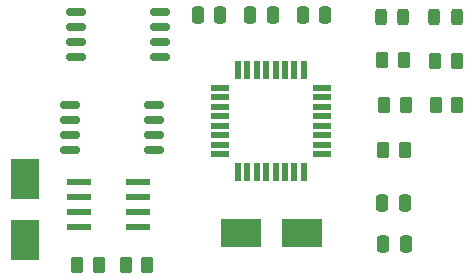
<source format=gtp>
%TF.GenerationSoftware,KiCad,Pcbnew,9.0.0*%
%TF.CreationDate,2025-06-05T18:29:18+05:30*%
%TF.ProjectId,MCU datalogger,4d435520-6461-4746-916c-6f676765722e,1*%
%TF.SameCoordinates,Original*%
%TF.FileFunction,Paste,Top*%
%TF.FilePolarity,Positive*%
%FSLAX46Y46*%
G04 Gerber Fmt 4.6, Leading zero omitted, Abs format (unit mm)*
G04 Created by KiCad (PCBNEW 9.0.0) date 2025-06-05 18:29:18*
%MOMM*%
%LPD*%
G01*
G04 APERTURE LIST*
G04 Aperture macros list*
%AMRoundRect*
0 Rectangle with rounded corners*
0 $1 Rounding radius*
0 $2 $3 $4 $5 $6 $7 $8 $9 X,Y pos of 4 corners*
0 Add a 4 corners polygon primitive as box body*
4,1,4,$2,$3,$4,$5,$6,$7,$8,$9,$2,$3,0*
0 Add four circle primitives for the rounded corners*
1,1,$1+$1,$2,$3*
1,1,$1+$1,$4,$5*
1,1,$1+$1,$6,$7*
1,1,$1+$1,$8,$9*
0 Add four rect primitives between the rounded corners*
20,1,$1+$1,$2,$3,$4,$5,0*
20,1,$1+$1,$4,$5,$6,$7,0*
20,1,$1+$1,$6,$7,$8,$9,0*
20,1,$1+$1,$8,$9,$2,$3,0*%
G04 Aperture macros list end*
%ADD10RoundRect,0.250000X0.262500X0.450000X-0.262500X0.450000X-0.262500X-0.450000X0.262500X-0.450000X0*%
%ADD11RoundRect,0.243750X-0.243750X-0.456250X0.243750X-0.456250X0.243750X0.456250X-0.243750X0.456250X0*%
%ADD12RoundRect,0.250000X-0.250000X-0.475000X0.250000X-0.475000X0.250000X0.475000X-0.250000X0.475000X0*%
%ADD13R,3.500000X2.400000*%
%ADD14RoundRect,0.162500X-0.650000X-0.162500X0.650000X-0.162500X0.650000X0.162500X-0.650000X0.162500X0*%
%ADD15RoundRect,0.250000X-0.262500X-0.450000X0.262500X-0.450000X0.262500X0.450000X-0.262500X0.450000X0*%
%ADD16R,2.400000X3.500000*%
%ADD17RoundRect,0.250000X0.250000X0.475000X-0.250000X0.475000X-0.250000X-0.475000X0.250000X-0.475000X0*%
%ADD18R,1.500000X0.550000*%
%ADD19R,0.550000X1.500000*%
%ADD20RoundRect,0.073750X-0.911250X-0.221250X0.911250X-0.221250X0.911250X0.221250X-0.911250X0.221250X0*%
G04 APERTURE END LIST*
D10*
%TO.C,R4*%
X98251000Y-95885000D03*
X96426000Y-95885000D03*
%TD*%
%TO.C,R3*%
X98171000Y-99695000D03*
X96346000Y-99695000D03*
%TD*%
D11*
%TO.C,D2*%
X96169000Y-88392000D03*
X98044000Y-88392000D03*
%TD*%
D12*
%TO.C,C1*%
X80650000Y-88265000D03*
X82550000Y-88265000D03*
%TD*%
D13*
%TO.C,Y1*%
X89468000Y-106680000D03*
X84268000Y-106680000D03*
%TD*%
D10*
%TO.C,R5*%
X102542500Y-92120000D03*
X100717500Y-92120000D03*
%TD*%
D11*
%TO.C,D1*%
X100662500Y-88392000D03*
X102537500Y-88392000D03*
%TD*%
D12*
%TO.C,C3*%
X85090000Y-88265000D03*
X86990000Y-88265000D03*
%TD*%
%TO.C,C5*%
X89540000Y-88265000D03*
X91440000Y-88265000D03*
%TD*%
D14*
%TO.C,U1*%
X69780597Y-95885000D03*
X69780597Y-97155000D03*
X69780597Y-98425000D03*
X69780597Y-99695000D03*
X76955597Y-99695000D03*
X76955597Y-98425000D03*
X76955597Y-97155000D03*
X76955597Y-95885000D03*
%TD*%
D15*
%TO.C,R7*%
X96266000Y-92075000D03*
X98091000Y-92075000D03*
%TD*%
D16*
%TO.C,Y2*%
X66040000Y-107308000D03*
X66040000Y-102108000D03*
%TD*%
D14*
%TO.C,U2*%
X70288597Y-88011000D03*
X70288597Y-89281000D03*
X70288597Y-90551000D03*
X70288597Y-91821000D03*
X77463597Y-91821000D03*
X77463597Y-90551000D03*
X77463597Y-89281000D03*
X77463597Y-88011000D03*
%TD*%
D10*
%TO.C,R2*%
X76334000Y-109410500D03*
X74509000Y-109410500D03*
%TD*%
D17*
%TO.C,C4*%
X98232000Y-107594400D03*
X96332000Y-107594400D03*
%TD*%
D18*
%TO.C,U4*%
X82514000Y-94416371D03*
X82514000Y-95216371D03*
X82514000Y-96016371D03*
X82514000Y-96816371D03*
X82514000Y-97616371D03*
X82514000Y-98416371D03*
X82514000Y-99216371D03*
X82514000Y-100016371D03*
D19*
X84014000Y-101516371D03*
X84814000Y-101516371D03*
X85614000Y-101516371D03*
X86414000Y-101516371D03*
X87214000Y-101516371D03*
X88014000Y-101516371D03*
X88814000Y-101516371D03*
X89614000Y-101516371D03*
D18*
X91114000Y-100016371D03*
X91114000Y-99216371D03*
X91114000Y-98416371D03*
X91114000Y-97616371D03*
X91114000Y-96816371D03*
X91114000Y-96016371D03*
X91114000Y-95216371D03*
X91114000Y-94416371D03*
D19*
X89614000Y-92916371D03*
X88814000Y-92916371D03*
X88014000Y-92916371D03*
X87214000Y-92916371D03*
X86414000Y-92916371D03*
X85614000Y-92916371D03*
X84814000Y-92916371D03*
X84014000Y-92916371D03*
%TD*%
D20*
%TO.C,U3*%
X70612000Y-102362000D03*
X70612000Y-103632000D03*
X70612000Y-104902000D03*
X70612000Y-106172000D03*
X75562000Y-106172000D03*
X75562000Y-104902000D03*
X75562000Y-103632000D03*
X75562000Y-102362000D03*
%TD*%
D10*
%TO.C,R1*%
X72246500Y-109410500D03*
X70421500Y-109410500D03*
%TD*%
D15*
%TO.C,R6*%
X100791000Y-95885000D03*
X102616000Y-95885000D03*
%TD*%
D17*
%TO.C,C2*%
X98166000Y-104140000D03*
X96266000Y-104140000D03*
%TD*%
M02*

</source>
